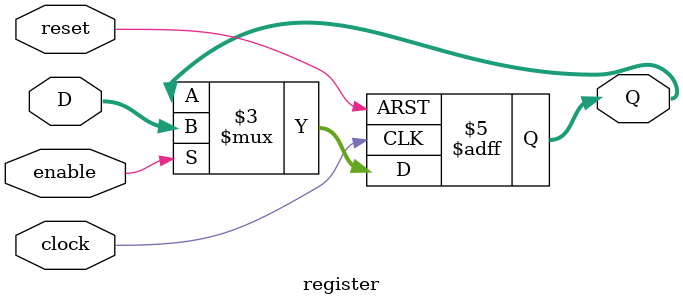
<source format=v>
module register
    #(parameter LENGTH_v = 5)
    (
	 //Entradas
        input clock,reset,enable,
        input [LENGTH_v-1:0]D,
	 //Salidas
        output reg [LENGTH_v-1:0]Q
    );

//Se activa en el flanco positivo del clock o del reset
always @(posedge clock, posedge reset ) 
    begin
	 //En reset, resetear el valor de Q (puede ser las entradas B, A por ejemplo)
        if (reset) 
            Q <= {LENGTH_v{1'b0}};
	 //Si se activo el always y fue por el clock
        else
		  //Si es enable, se pasa el valor al registro para poder ser utilizado en la ALU
            if (enable)
                Q <= D;
		 //Si no se apreto el boton de enable, el registro sigue teniendo el mismo valor de antes.
            else
                Q <= Q;        
    end
endmodule
</source>
